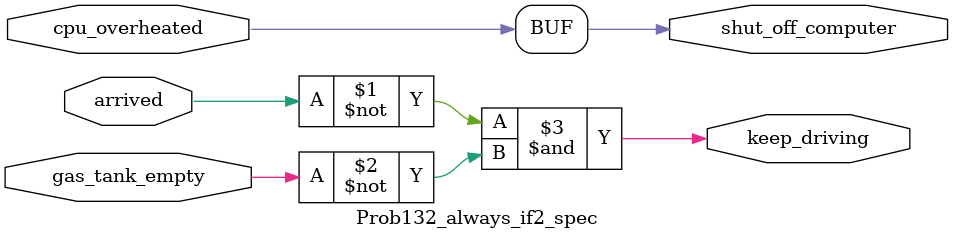
<source format=v>
module Prob132_always_if2_spec(
    input [0:0] cpu_overheated,
    output [0:0] shut_off_computer,
    input [0:0] arrived,
    input [0:0] gas_tank_empty,
    output [0:0] keep_driving
);

assign shut_off_computer = cpu_overheated; // shut_off_computer is true if cpu_overheated is true
assign keep_driving = ~arrived & ~gas_tank_empty; // keep_driving is true if not arrived and gas_tank_empty is false

endmodule

</source>
